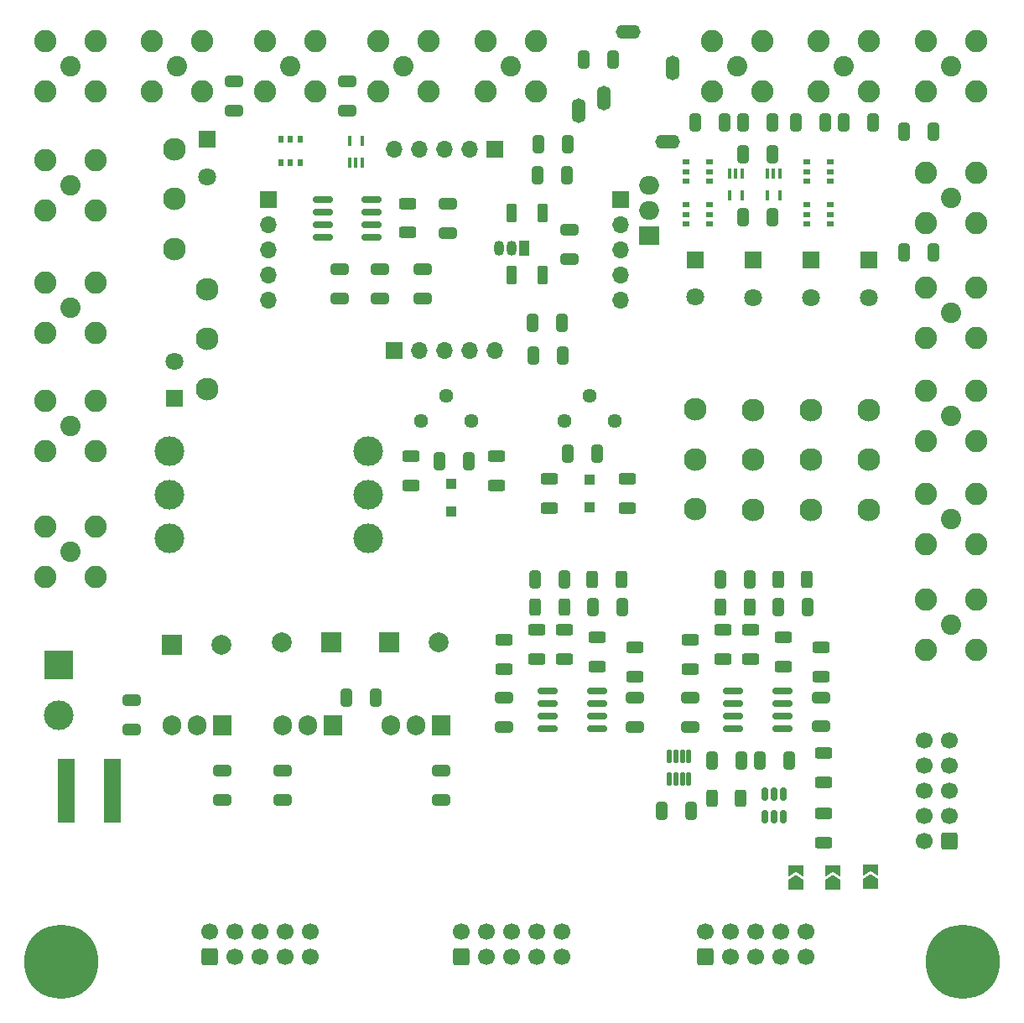
<source format=gbr>
%TF.GenerationSoftware,KiCad,Pcbnew,9.0.2*%
%TF.CreationDate,2025-07-28T11:32:36-05:00*%
%TF.ProjectId,K9HZ_100W_11band_LPF-Control,4b39485a-5f31-4303-9057-5f313162616e,rev?*%
%TF.SameCoordinates,Original*%
%TF.FileFunction,Soldermask,Top*%
%TF.FilePolarity,Negative*%
%FSLAX46Y46*%
G04 Gerber Fmt 4.6, Leading zero omitted, Abs format (unit mm)*
G04 Created by KiCad (PCBNEW 9.0.2) date 2025-07-28 11:32:36*
%MOMM*%
%LPD*%
G01*
G04 APERTURE LIST*
G04 Aperture macros list*
%AMRoundRect*
0 Rectangle with rounded corners*
0 $1 Rounding radius*
0 $2 $3 $4 $5 $6 $7 $8 $9 X,Y pos of 4 corners*
0 Add a 4 corners polygon primitive as box body*
4,1,4,$2,$3,$4,$5,$6,$7,$8,$9,$2,$3,0*
0 Add four circle primitives for the rounded corners*
1,1,$1+$1,$2,$3*
1,1,$1+$1,$4,$5*
1,1,$1+$1,$6,$7*
1,1,$1+$1,$8,$9*
0 Add four rect primitives between the rounded corners*
20,1,$1+$1,$2,$3,$4,$5,0*
20,1,$1+$1,$4,$5,$6,$7,0*
20,1,$1+$1,$6,$7,$8,$9,0*
20,1,$1+$1,$8,$9,$2,$3,0*%
%AMFreePoly0*
4,1,6,1.000000,0.000000,0.500000,-0.750000,-0.500000,-0.750000,-0.500000,0.750000,0.500000,0.750000,1.000000,0.000000,1.000000,0.000000,$1*%
%AMFreePoly1*
4,1,6,0.500000,-0.750000,-0.650000,-0.750000,-0.150000,0.000000,-0.650000,0.750000,0.500000,0.750000,0.500000,-0.750000,0.500000,-0.750000,$1*%
G04 Aperture macros list end*
%ADD10RoundRect,0.250000X-0.650000X0.325000X-0.650000X-0.325000X0.650000X-0.325000X0.650000X0.325000X0*%
%ADD11RoundRect,0.250000X-0.625000X0.312500X-0.625000X-0.312500X0.625000X-0.312500X0.625000X0.312500X0*%
%ADD12C,2.050000*%
%ADD13C,2.250000*%
%ADD14R,1.700000X1.700000*%
%ADD15O,1.700000X1.700000*%
%ADD16R,0.800000X0.550000*%
%ADD17RoundRect,0.250000X-0.325000X-0.650000X0.325000X-0.650000X0.325000X0.650000X-0.325000X0.650000X0*%
%ADD18R,3.000000X3.000000*%
%ADD19C,3.000000*%
%ADD20R,1.780000X6.500000*%
%ADD21RoundRect,0.250000X0.325000X0.650000X-0.325000X0.650000X-0.325000X-0.650000X0.325000X-0.650000X0*%
%ADD22C,1.440000*%
%ADD23RoundRect,0.250000X0.600000X-0.600000X0.600000X0.600000X-0.600000X0.600000X-0.600000X-0.600000X0*%
%ADD24C,1.700000*%
%ADD25RoundRect,0.250000X0.625000X-0.312500X0.625000X0.312500X-0.625000X0.312500X-0.625000X-0.312500X0*%
%ADD26RoundRect,0.250000X-0.312500X-0.625000X0.312500X-0.625000X0.312500X0.625000X-0.312500X0.625000X0*%
%ADD27R,1.905000X2.000000*%
%ADD28O,1.905000X2.000000*%
%ADD29C,7.500000*%
%ADD30RoundRect,0.250000X-0.300000X0.300000X-0.300000X-0.300000X0.300000X-0.300000X0.300000X0.300000X0*%
%ADD31C,2.300000*%
%ADD32R,1.800000X1.800000*%
%ADD33C,1.800000*%
%ADD34RoundRect,0.250000X0.650000X-0.325000X0.650000X0.325000X-0.650000X0.325000X-0.650000X-0.325000X0*%
%ADD35RoundRect,0.050000X-0.150000X0.425000X-0.150000X-0.425000X0.150000X-0.425000X0.150000X0.425000X0*%
%ADD36FreePoly0,90.000000*%
%ADD37FreePoly1,90.000000*%
%ADD38RoundRect,0.250000X0.600000X0.600000X-0.600000X0.600000X-0.600000X-0.600000X0.600000X-0.600000X0*%
%ADD39RoundRect,0.250000X0.275000X0.700000X-0.275000X0.700000X-0.275000X-0.700000X0.275000X-0.700000X0*%
%ADD40R,0.550000X0.800000*%
%ADD41RoundRect,0.125000X-0.125000X0.537500X-0.125000X-0.537500X0.125000X-0.537500X0.125000X0.537500X0*%
%ADD42R,2.000000X2.000000*%
%ADD43C,2.000000*%
%ADD44RoundRect,0.150000X-0.825000X-0.150000X0.825000X-0.150000X0.825000X0.150000X-0.825000X0.150000X0*%
%ADD45RoundRect,0.150000X-0.150000X0.512500X-0.150000X-0.512500X0.150000X-0.512500X0.150000X0.512500X0*%
%ADD46RoundRect,0.250000X0.312500X0.625000X-0.312500X0.625000X-0.312500X-0.625000X0.312500X-0.625000X0*%
%ADD47RoundRect,0.050000X0.150000X-0.425000X0.150000X0.425000X-0.150000X0.425000X-0.150000X-0.425000X0*%
%ADD48R,2.000000X1.905000*%
%ADD49O,2.000000X1.905000*%
%ADD50O,1.400000X2.500000*%
%ADD51O,2.500000X1.400000*%
%ADD52R,1.050000X1.500000*%
%ADD53O,1.050000X1.500000*%
G04 APERTURE END LIST*
D10*
%TO.C,C135*%
X102870000Y-119429000D03*
X102870000Y-122379000D03*
%TD*%
D11*
%TO.C,R28*%
X121666000Y-89977500D03*
X121666000Y-92902500D03*
%TD*%
D12*
%TO.C,J3*%
X154305000Y-48260000D03*
D13*
X156845000Y-50800000D03*
X156845000Y-45720000D03*
X151765000Y-50800000D03*
X151765000Y-45720000D03*
%TD*%
D12*
%TO.C,J10*%
X65405000Y-72644000D03*
D13*
X67945000Y-70104000D03*
X62865000Y-70104000D03*
X67945000Y-75184000D03*
X62865000Y-75184000D03*
%TD*%
D14*
%TO.C,J16.2*%
X85418000Y-61722000D03*
D15*
X85418000Y-64262000D03*
X85418000Y-66802000D03*
X85418000Y-69342000D03*
X85418000Y-71882000D03*
%TD*%
D14*
%TO.C,J17.1*%
X108278000Y-56642000D03*
D15*
X105738000Y-56642000D03*
X103198000Y-56642000D03*
X100658000Y-56642000D03*
X98118000Y-56642000D03*
%TD*%
D16*
%TO.C,U8*%
X129929000Y-64196000D03*
X129929000Y-63246000D03*
X129929000Y-62296000D03*
X127529000Y-62296000D03*
X127529000Y-63246000D03*
X127529000Y-64196000D03*
%TD*%
D17*
%TO.C,C149*%
X102665000Y-88143000D03*
X105615000Y-88143000D03*
%TD*%
D12*
%TO.C,J8*%
X65405000Y-48260000D03*
D13*
X67945000Y-50800000D03*
X67945000Y-45720000D03*
X62865000Y-50800000D03*
X62865000Y-45720000D03*
%TD*%
D18*
%TO.C,J20*%
X64262000Y-108712000D03*
D19*
X64262000Y-113792000D03*
%TD*%
D20*
%TO.C,L200*%
X64950000Y-121412000D03*
X69670000Y-121412000D03*
%TD*%
D21*
%TO.C,C13*%
X136300000Y-63500000D03*
X133350000Y-63500000D03*
%TD*%
D22*
%TO.C,RV19*%
X100828000Y-84079000D03*
X103368000Y-81539000D03*
X105908000Y-84079000D03*
%TD*%
D23*
%TO.C,J1*%
X129540000Y-138176000D03*
D24*
X129540000Y-135636000D03*
X132080000Y-138176000D03*
X132080000Y-135636000D03*
X134620000Y-138176000D03*
X134620000Y-135636000D03*
X137160000Y-138176000D03*
X137160000Y-135636000D03*
X139700000Y-138176000D03*
X139700000Y-135636000D03*
%TD*%
D25*
%TO.C,L40*%
X112522000Y-108142500D03*
X112522000Y-105217500D03*
%TD*%
D10*
%TO.C,C132*%
X80772000Y-119429000D03*
X80772000Y-122379000D03*
%TD*%
D25*
%TO.C,L38*%
X115316000Y-108142500D03*
X115316000Y-105217500D03*
%TD*%
D17*
%TO.C,C146*%
X134984500Y-118364000D03*
X137934500Y-118364000D03*
%TD*%
D26*
%TO.C,R22*%
X131064000Y-102870000D03*
X133989000Y-102870000D03*
%TD*%
D27*
%TO.C,U13*%
X102870000Y-114808000D03*
D28*
X100330000Y-114808000D03*
X97790000Y-114808000D03*
%TD*%
D29*
%TO.C,H2*%
X64516000Y-138684000D03*
%TD*%
D17*
%TO.C,C7*%
X143510000Y-53975000D03*
X146460000Y-53975000D03*
%TD*%
D21*
%TO.C,C145*%
X128028500Y-123444000D03*
X125078500Y-123444000D03*
%TD*%
D30*
%TO.C,D2*%
X117856000Y-90040000D03*
X117856000Y-92840000D03*
%TD*%
D31*
%TO.C,K5*%
X140208000Y-88008000D03*
X140208000Y-82968000D03*
X140208000Y-93048000D03*
D32*
X140208000Y-67848000D03*
D33*
X140208000Y-71628000D03*
%TD*%
D21*
%TO.C,C154*%
X134001500Y-100076000D03*
X131051500Y-100076000D03*
%TD*%
D12*
%TO.C,J18*%
X132715000Y-48260000D03*
D13*
X135255000Y-50800000D03*
X135255000Y-45720000D03*
X130175000Y-50800000D03*
X130175000Y-45720000D03*
%TD*%
D34*
%TO.C,C140*%
X93345000Y-52783000D03*
X93345000Y-49833000D03*
%TD*%
D10*
%TO.C,C139*%
X109220000Y-112063000D03*
X109220000Y-115013000D03*
%TD*%
D11*
%TO.C,L37*%
X99453000Y-62164500D03*
X99453000Y-65089500D03*
%TD*%
D17*
%TO.C,C10*%
X133350000Y-57150000D03*
X136300000Y-57150000D03*
%TD*%
D35*
%TO.C,U6*%
X137048000Y-59098000D03*
X136398000Y-59098000D03*
X135748000Y-59098000D03*
X135748000Y-61298000D03*
X137048000Y-61298000D03*
%TD*%
D36*
%TO.C,JP1*%
X138684000Y-130900000D03*
D37*
X138684000Y-129450000D03*
%TD*%
D38*
%TO.C,J21*%
X154178000Y-126492000D03*
D24*
X151638000Y-126492000D03*
X154178000Y-123952000D03*
X151638000Y-123952000D03*
X154178000Y-121412000D03*
X151638000Y-121412000D03*
X154178000Y-118872000D03*
X151638000Y-118872000D03*
X154178000Y-116332000D03*
X151638000Y-116332000D03*
%TD*%
D25*
%TO.C,R26*%
X99822000Y-90621500D03*
X99822000Y-87696500D03*
%TD*%
D39*
%TO.C,L2*%
X113081000Y-63119000D03*
X109931000Y-63119000D03*
%TD*%
D30*
%TO.C,D1*%
X103876000Y-90423000D03*
X103876000Y-93223000D03*
%TD*%
D26*
%TO.C,L39*%
X130171000Y-122174000D03*
X133096000Y-122174000D03*
%TD*%
D40*
%TO.C,U21*%
X86680000Y-58018605D03*
X87630000Y-58018605D03*
X88580000Y-58018605D03*
X88580000Y-55618605D03*
X87630000Y-55618605D03*
X86680000Y-55618605D03*
%TD*%
D21*
%TO.C,C17*%
X136300000Y-53975000D03*
X133350000Y-53975000D03*
%TD*%
D11*
%TO.C,R29*%
X113792000Y-89977500D03*
X113792000Y-92902500D03*
%TD*%
D31*
%TO.C,K7*%
X128524000Y-87975000D03*
X128524000Y-82935000D03*
X128524000Y-93015000D03*
D32*
X128524000Y-67815000D03*
D33*
X128524000Y-71595000D03*
%TD*%
D16*
%TO.C,U7*%
X129929000Y-59878000D03*
X129929000Y-58928000D03*
X129929000Y-57978000D03*
X127529000Y-57978000D03*
X127529000Y-58928000D03*
X127529000Y-59878000D03*
%TD*%
D12*
%TO.C,J23*%
X65405000Y-97282000D03*
D13*
X67945000Y-94742000D03*
X62865000Y-94742000D03*
X67945000Y-99822000D03*
X62865000Y-99822000D03*
%TD*%
D14*
%TO.C,J17.2*%
X98118000Y-76962000D03*
D15*
X100658000Y-76962000D03*
X103198000Y-76962000D03*
X105738000Y-76962000D03*
X108278000Y-76962000D03*
%TD*%
D12*
%TO.C,J11*%
X154305000Y-73152000D03*
D13*
X151765000Y-75692000D03*
X156845000Y-75692000D03*
X151765000Y-70612000D03*
X156845000Y-70612000D03*
%TD*%
D25*
%TO.C,R25*%
X127954500Y-109158500D03*
X127954500Y-106233500D03*
%TD*%
D21*
%TO.C,C16*%
X115595000Y-56134000D03*
X112645000Y-56134000D03*
%TD*%
D35*
%TO.C,U5*%
X133238000Y-59098000D03*
X132588000Y-59098000D03*
X131938000Y-59098000D03*
X131938000Y-61298000D03*
X133238000Y-61298000D03*
%TD*%
D10*
%TO.C,C21*%
X100977000Y-68756000D03*
X100977000Y-71706000D03*
%TD*%
D31*
%TO.C,K6*%
X134366000Y-88008000D03*
X134366000Y-82968000D03*
X134366000Y-93048000D03*
D32*
X134366000Y-67848000D03*
D33*
X134366000Y-71628000D03*
%TD*%
D10*
%TO.C,C143*%
X86868000Y-119429000D03*
X86868000Y-122379000D03*
%TD*%
D34*
%TO.C,C133*%
X71628000Y-115267000D03*
X71628000Y-112317000D03*
%TD*%
D17*
%TO.C,C151*%
X130158500Y-118364000D03*
X133108500Y-118364000D03*
%TD*%
D27*
%TO.C,U11*%
X80772000Y-114808000D03*
D28*
X78232000Y-114808000D03*
X75692000Y-114808000D03*
%TD*%
D34*
%TO.C,C15*%
X115824000Y-67769000D03*
X115824000Y-64819000D03*
%TD*%
D17*
%TO.C,C20*%
X117270000Y-47625000D03*
X120220000Y-47625000D03*
%TD*%
D12*
%TO.C,J5*%
X87630000Y-48260000D03*
D13*
X90170000Y-50800000D03*
X90170000Y-45720000D03*
X85090000Y-50800000D03*
X85090000Y-45720000D03*
%TD*%
D25*
%TO.C,L41*%
X141162500Y-109920500D03*
X141162500Y-106995500D03*
%TD*%
D21*
%TO.C,C24*%
X115013000Y-74168000D03*
X112063000Y-74168000D03*
%TD*%
D22*
%TO.C,RV27*%
X115316000Y-84079000D03*
X117856000Y-81539000D03*
X120396000Y-84079000D03*
%TD*%
D17*
%TO.C,C1*%
X149606000Y-54864000D03*
X152556000Y-54864000D03*
%TD*%
D41*
%TO.C,U20*%
X127853500Y-117988500D03*
X127203500Y-117988500D03*
X126553500Y-117988500D03*
X125903500Y-117988500D03*
X125903500Y-120263500D03*
X126553500Y-120263500D03*
X127203500Y-120263500D03*
X127853500Y-120263500D03*
%TD*%
D42*
%TO.C,C134*%
X97616000Y-106426000D03*
D43*
X102616000Y-106426000D03*
%TD*%
D36*
%TO.C,JP3*%
X146177000Y-130863000D03*
D37*
X146177000Y-129413000D03*
%TD*%
D36*
%TO.C,JP2*%
X142367000Y-130900000D03*
D37*
X142367000Y-129450000D03*
%TD*%
D10*
%TO.C,C138*%
X103517000Y-62152000D03*
X103517000Y-65102000D03*
%TD*%
D16*
%TO.C,U1*%
X139721000Y-62296000D03*
X139721000Y-63246000D03*
X139721000Y-64196000D03*
X142121000Y-64196000D03*
X142121000Y-63246000D03*
X142121000Y-62296000D03*
%TD*%
D21*
%TO.C,C144*%
X121109000Y-102870000D03*
X118159000Y-102870000D03*
%TD*%
D12*
%TO.C,J14*%
X154305000Y-104648000D03*
D13*
X151765000Y-107188000D03*
X156845000Y-107188000D03*
X151765000Y-102108000D03*
X156845000Y-102108000D03*
%TD*%
D31*
%TO.C,K4*%
X146050000Y-88008000D03*
X146050000Y-82968000D03*
X146050000Y-93048000D03*
D32*
X146050000Y-67848000D03*
D33*
X146050000Y-71628000D03*
%TD*%
D11*
%TO.C,R23*%
X141478000Y-117663500D03*
X141478000Y-120588500D03*
%TD*%
D10*
%TO.C,C148*%
X81915000Y-49833000D03*
X81915000Y-52783000D03*
%TD*%
D21*
%TO.C,C18*%
X131474000Y-53975000D03*
X128524000Y-53975000D03*
%TD*%
D25*
%TO.C,R16*%
X118618000Y-108904500D03*
X118618000Y-105979500D03*
%TD*%
%TO.C,L43*%
X134050500Y-108142500D03*
X134050500Y-105217500D03*
%TD*%
D17*
%TO.C,C8*%
X149606000Y-67056000D03*
X152556000Y-67056000D03*
%TD*%
D21*
%TO.C,C136*%
X96217000Y-112014000D03*
X93267000Y-112014000D03*
%TD*%
D42*
%TO.C,C142*%
X91775677Y-106426000D03*
D43*
X86775677Y-106426000D03*
%TD*%
D39*
%TO.C,L1*%
X113081000Y-69342000D03*
X109931000Y-69342000D03*
%TD*%
D11*
%TO.C,R20*%
X108448000Y-87696500D03*
X108448000Y-90621500D03*
%TD*%
D44*
%TO.C,U18*%
X90882000Y-61722000D03*
X90882000Y-62992000D03*
X90882000Y-64262000D03*
X90882000Y-65532000D03*
X95832000Y-65532000D03*
X95832000Y-64262000D03*
X95832000Y-62992000D03*
X95832000Y-61722000D03*
%TD*%
D12*
%TO.C,J13*%
X154305000Y-93980000D03*
D13*
X151765000Y-96520000D03*
X156845000Y-96520000D03*
X151765000Y-91440000D03*
X156845000Y-91440000D03*
%TD*%
D25*
%TO.C,L36*%
X122428000Y-109920500D03*
X122428000Y-106995500D03*
%TD*%
D12*
%TO.C,J16*%
X65405000Y-84582000D03*
D13*
X67945000Y-82042000D03*
X62865000Y-82042000D03*
X67945000Y-87122000D03*
X62865000Y-87122000D03*
%TD*%
D44*
%TO.C,U14*%
X113603000Y-111379000D03*
X113603000Y-112649000D03*
X113603000Y-113919000D03*
X113603000Y-115189000D03*
X118553000Y-115189000D03*
X118553000Y-113919000D03*
X118553000Y-112649000D03*
X118553000Y-111379000D03*
%TD*%
D45*
%TO.C,U17*%
X137409500Y-121798500D03*
X136459500Y-121798500D03*
X135509500Y-121798500D03*
X135509500Y-124073500D03*
X136459500Y-124073500D03*
X137409500Y-124073500D03*
%TD*%
D21*
%TO.C,C25*%
X115521000Y-59309000D03*
X112571000Y-59309000D03*
%TD*%
D10*
%TO.C,C22*%
X96659000Y-68756000D03*
X96659000Y-71706000D03*
%TD*%
D44*
%TO.C,U19*%
X132337500Y-111379000D03*
X132337500Y-112649000D03*
X132337500Y-113919000D03*
X132337500Y-115189000D03*
X137287500Y-115189000D03*
X137287500Y-113919000D03*
X137287500Y-112649000D03*
X137287500Y-111379000D03*
%TD*%
D46*
%TO.C,R13*%
X121035000Y-100076000D03*
X118110000Y-100076000D03*
%TD*%
D12*
%TO.C,J4*%
X109855000Y-48260000D03*
D13*
X112395000Y-50800000D03*
X112395000Y-45720000D03*
X107315000Y-50800000D03*
X107315000Y-45720000D03*
%TD*%
D21*
%TO.C,C155*%
X139843500Y-102870000D03*
X136893500Y-102870000D03*
%TD*%
D19*
%TO.C,L44*%
X75438000Y-87122000D03*
X95504000Y-87122000D03*
X75438000Y-95952000D03*
X95504000Y-95952000D03*
X95504000Y-91537000D03*
X75438000Y-91537000D03*
%TD*%
D23*
%TO.C,J25*%
X79502000Y-138176000D03*
D24*
X79502000Y-135636000D03*
X82042000Y-138176000D03*
X82042000Y-135636000D03*
X84582000Y-138176000D03*
X84582000Y-135636000D03*
X87122000Y-138176000D03*
X87122000Y-135636000D03*
X89662000Y-138176000D03*
X89662000Y-135636000D03*
%TD*%
D47*
%TO.C,U22*%
X93584000Y-57996000D03*
X94234000Y-57996000D03*
X94884000Y-57996000D03*
X94884000Y-55796000D03*
X93584000Y-55796000D03*
%TD*%
D23*
%TO.C,J24*%
X104902000Y-138176000D03*
D24*
X104902000Y-135636000D03*
X107442000Y-138176000D03*
X107442000Y-135636000D03*
X109982000Y-138176000D03*
X109982000Y-135636000D03*
X112522000Y-138176000D03*
X112522000Y-135636000D03*
X115062000Y-138176000D03*
X115062000Y-135636000D03*
%TD*%
D27*
%TO.C,U16*%
X91948000Y-114808000D03*
D28*
X89408000Y-114808000D03*
X86868000Y-114808000D03*
%TD*%
D11*
%TO.C,R30*%
X141478000Y-123759500D03*
X141478000Y-126684500D03*
%TD*%
D17*
%TO.C,C156*%
X115619000Y-87376000D03*
X118569000Y-87376000D03*
%TD*%
D12*
%TO.C,J7*%
X76200000Y-48260000D03*
D13*
X78740000Y-50800000D03*
X78740000Y-45720000D03*
X73660000Y-50800000D03*
X73660000Y-45720000D03*
%TD*%
D21*
%TO.C,C14*%
X115087000Y-77470000D03*
X112137000Y-77470000D03*
%TD*%
D10*
%TO.C,C23*%
X92595000Y-68756000D03*
X92595000Y-71706000D03*
%TD*%
%TO.C,C150*%
X141162500Y-112001500D03*
X141162500Y-114951500D03*
%TD*%
%TO.C,C137*%
X122428000Y-112063000D03*
X122428000Y-115013000D03*
%TD*%
D25*
%TO.C,R18*%
X109220000Y-109158500D03*
X109220000Y-106233500D03*
%TD*%
D46*
%TO.C,R21*%
X139769500Y-100076000D03*
X136844500Y-100076000D03*
%TD*%
D14*
%TO.C,J16.1*%
X120978000Y-61722000D03*
D15*
X120978000Y-64262000D03*
X120978000Y-66802000D03*
X120978000Y-69342000D03*
X120978000Y-71882000D03*
%TD*%
D25*
%TO.C,R24*%
X137352500Y-108904500D03*
X137352500Y-105979500D03*
%TD*%
D42*
%TO.C,C131*%
X75692000Y-106680000D03*
D43*
X80692000Y-106680000D03*
%TD*%
D12*
%TO.C,J12*%
X154305000Y-83566000D03*
D13*
X151765000Y-86106000D03*
X156845000Y-86106000D03*
X151765000Y-81026000D03*
X156845000Y-81026000D03*
%TD*%
D12*
%TO.C,J6*%
X99060000Y-48260000D03*
D13*
X101600000Y-50800000D03*
X101600000Y-45720000D03*
X96520000Y-50800000D03*
X96520000Y-45720000D03*
%TD*%
D26*
%TO.C,R17*%
X112329500Y-102870000D03*
X115254500Y-102870000D03*
%TD*%
D29*
%TO.C,H1*%
X155516000Y-138684000D03*
%TD*%
D25*
%TO.C,L42*%
X131256500Y-108142500D03*
X131256500Y-105217500D03*
%TD*%
D16*
%TO.C,U3*%
X139721000Y-57978000D03*
X139721000Y-58928000D03*
X139721000Y-59878000D03*
X142121000Y-59878000D03*
X142121000Y-58928000D03*
X142121000Y-57978000D03*
%TD*%
D21*
%TO.C,C147*%
X115267000Y-100076000D03*
X112317000Y-100076000D03*
%TD*%
D12*
%TO.C,J15*%
X143510000Y-48260000D03*
D13*
X146050000Y-50800000D03*
X146050000Y-45720000D03*
X140970000Y-50800000D03*
X140970000Y-45720000D03*
%TD*%
D17*
%TO.C,C6*%
X138684000Y-53975000D03*
X141634000Y-53975000D03*
%TD*%
D12*
%TO.C,J9*%
X65405000Y-60325000D03*
D13*
X67945000Y-57785000D03*
X62865000Y-57785000D03*
X67945000Y-62865000D03*
X62865000Y-62865000D03*
%TD*%
D10*
%TO.C,C152*%
X127954500Y-112063000D03*
X127954500Y-115013000D03*
%TD*%
D12*
%TO.C,J2*%
X154305000Y-61595000D03*
D13*
X151765000Y-64135000D03*
X156845000Y-64135000D03*
X151765000Y-59055000D03*
X156845000Y-59055000D03*
%TD*%
D48*
%TO.C,Q1*%
X123825000Y-65405000D03*
D49*
X123825000Y-62865000D03*
X123825000Y-60325000D03*
%TD*%
D31*
%TO.C,K2*%
X75946000Y-61682000D03*
X75946000Y-66722000D03*
X75946000Y-56642000D03*
D32*
X75946000Y-81842000D03*
D33*
X75946000Y-78062000D03*
%TD*%
D50*
%TO.C,J19*%
X116730000Y-52780000D03*
X119230000Y-51480000D03*
D51*
X121730000Y-44780000D03*
D50*
X126230000Y-48480000D03*
D51*
X125730000Y-55880000D03*
%TD*%
D31*
%TO.C,K3*%
X79248000Y-75816000D03*
X79248000Y-70776000D03*
X79248000Y-80856000D03*
D32*
X79248000Y-55656000D03*
D33*
X79248000Y-59436000D03*
%TD*%
D52*
%TO.C,Q2*%
X111252000Y-66654000D03*
D53*
X109982000Y-66654000D03*
X108712000Y-66654000D03*
%TD*%
M02*

</source>
